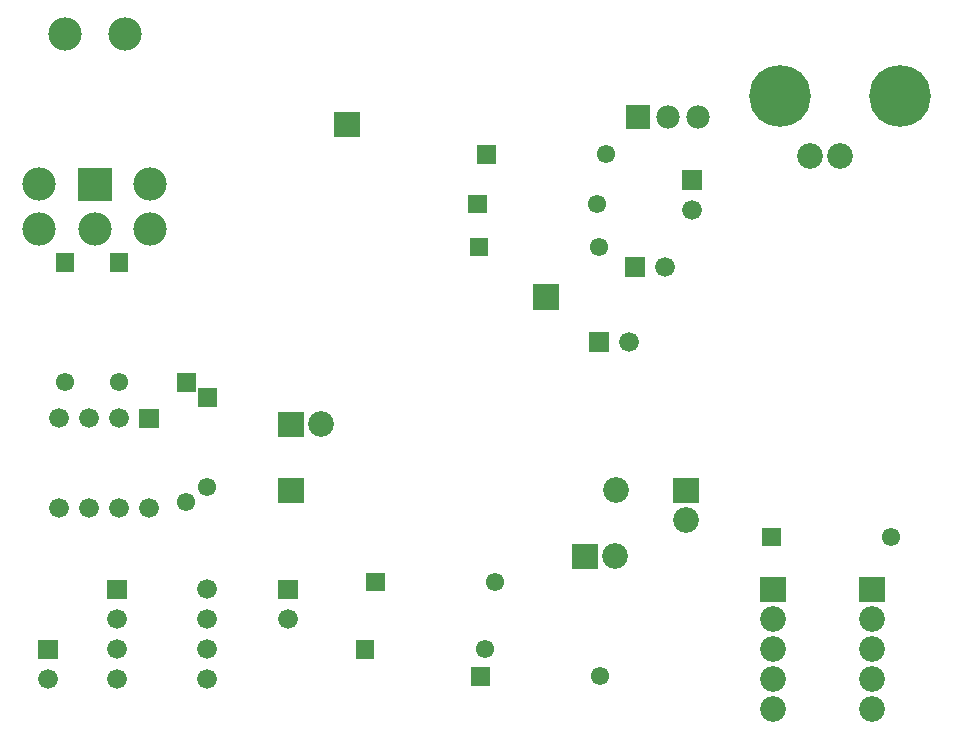
<source format=gbr>
G04 start of page 6 for group 12 layer_idx 6 *
G04 Title: (unknown), bottom_mask *
G04 Creator: pcb-rnd 2.1.0 *
G04 CreationDate: 2019-02-14 20:47:18 UTC *
G04 For:  *
G04 Format: Gerber/RS-274X *
G04 PCB-Dimensions: 316500 250000 *
G04 PCB-Coordinate-Origin: lower left *
%MOIN*%
%FSLAX25Y25*%
%LNBOTTOMMASK*%
%ADD60C,0.0860*%
%ADD59C,0.2060*%
%ADD58C,0.0780*%
%ADD57C,0.0660*%
%ADD56C,0.0610*%
%ADD55C,0.0001*%
%ADD54C,0.1110*%
G54D54*X22000Y237500D03*
G54D55*G36*
X26450Y193050D02*X37550D01*
Y181950D01*
X26450D01*
Y193050D01*
G37*
G36*
X18950Y164550D02*X25050D01*
Y158450D01*
X18950D01*
Y164550D01*
G37*
G36*
X36950D02*X43050D01*
Y158450D01*
X36950D01*
Y164550D01*
G37*
G54D56*X40000Y121500D03*
G54D54*X32000Y172500D03*
G54D57*X40000Y109500D03*
X30000D03*
X20000D03*
G54D56*X22000Y121500D03*
G54D57*X20000Y79500D03*
X30000D03*
X40000D03*
G54D55*G36*
X36200Y55800D02*X42800D01*
Y49200D01*
X36200D01*
Y55800D01*
G37*
G54D57*X39500Y42500D03*
Y32500D03*
Y22500D03*
G54D55*G36*
X234300Y185700D02*X227700D01*
Y192300D01*
X234300D01*
Y185700D01*
G37*
G54D57*X231000Y179000D03*
G54D58*X233000Y210000D03*
G54D59*X260500Y217000D03*
X300500D03*
G54D60*X270500Y197000D03*
X280500D03*
G54D54*X42000Y237500D03*
X13500Y187500D03*
X50500D03*
Y172500D03*
G54D55*G36*
X46700Y112800D02*X53300D01*
Y106200D01*
X46700D01*
Y112800D01*
G37*
G54D57*X50000Y79500D03*
G54D55*G36*
X72550Y119550D02*Y113450D01*
X66450D01*
Y119550D01*
X72550D01*
G37*
G54D56*X69500Y86500D03*
G54D55*G36*
X65550Y124550D02*Y118450D01*
X59450D01*
Y124550D01*
X65550D01*
G37*
G54D56*X62500Y81500D03*
G54D55*G36*
X93200Y111800D02*X101800D01*
Y103200D01*
X93200D01*
Y111800D01*
G37*
G54D60*X107500Y107500D03*
G54D55*G36*
X93200Y89800D02*X101800D01*
Y81200D01*
X93200D01*
Y89800D01*
G37*
G36*
X99800Y49200D02*X93200D01*
Y55800D01*
X99800D01*
Y49200D01*
G37*
G54D57*X96500Y42500D03*
X69500Y22500D03*
Y32500D03*
Y42500D03*
Y52500D03*
G54D55*G36*
X118950Y35550D02*X125050D01*
Y29450D01*
X118950D01*
Y35550D01*
G37*
G54D56*X162000Y32500D03*
G54D55*G36*
X157450Y26550D02*X163550D01*
Y20450D01*
X157450D01*
Y26550D01*
G37*
G36*
X128550Y51950D02*X122450D01*
Y58050D01*
X128550D01*
Y51950D01*
G37*
G54D56*X165500Y55000D03*
G54D55*G36*
X191200Y67800D02*X199800D01*
Y59200D01*
X191200D01*
Y67800D01*
G37*
G54D60*X205500Y63500D03*
G54D55*G36*
X233300Y89800D02*Y81200D01*
X224700D01*
Y89800D01*
X233300D01*
G37*
G54D60*X229000Y75500D03*
X205800Y85500D03*
G54D55*G36*
X254450Y73050D02*X260550D01*
Y66950D01*
X254450D01*
Y73050D01*
G37*
G54D56*X200500Y23500D03*
X297500Y70000D03*
G54D55*G36*
X295300Y56800D02*Y48200D01*
X286700D01*
Y56800D01*
X295300D01*
G37*
G36*
X262300D02*Y48200D01*
X253700D01*
Y56800D01*
X262300D01*
G37*
G54D60*X291000Y42500D03*
X258000D03*
Y32500D03*
Y22500D03*
Y12500D03*
X291000Y32500D03*
Y22500D03*
Y12500D03*
G54D55*G36*
X159450Y200550D02*X165550D01*
Y194450D01*
X159450D01*
Y200550D01*
G37*
G36*
X111700Y211800D02*X120300D01*
Y203200D01*
X111700D01*
Y211800D01*
G37*
G54D56*X202500Y197500D03*
X199500Y181000D03*
X200000Y166700D03*
G54D55*G36*
X203300Y138300D02*Y131700D01*
X196700D01*
Y138300D01*
X203300D01*
G37*
G54D57*X210000Y135000D03*
G54D55*G36*
X215300Y163300D02*Y156700D01*
X208700D01*
Y163300D01*
X215300D01*
G37*
G54D57*X222000Y160000D03*
G54D55*G36*
X209100Y213900D02*X216900D01*
Y206100D01*
X209100D01*
Y213900D01*
G37*
G54D58*X223000Y210000D03*
G54D55*G36*
X162550Y184050D02*Y177950D01*
X156450D01*
Y184050D01*
X162550D01*
G37*
G36*
X163050Y169750D02*Y163650D01*
X156950D01*
Y169750D01*
X163050D01*
G37*
G36*
X178200Y154300D02*X186800D01*
Y145700D01*
X178200D01*
Y154300D01*
G37*
G54D54*X13500Y172500D03*
G54D55*G36*
X19800Y29200D02*X13200D01*
Y35800D01*
X19800D01*
Y29200D01*
G37*
G54D57*X16500Y22500D03*
M02*

</source>
